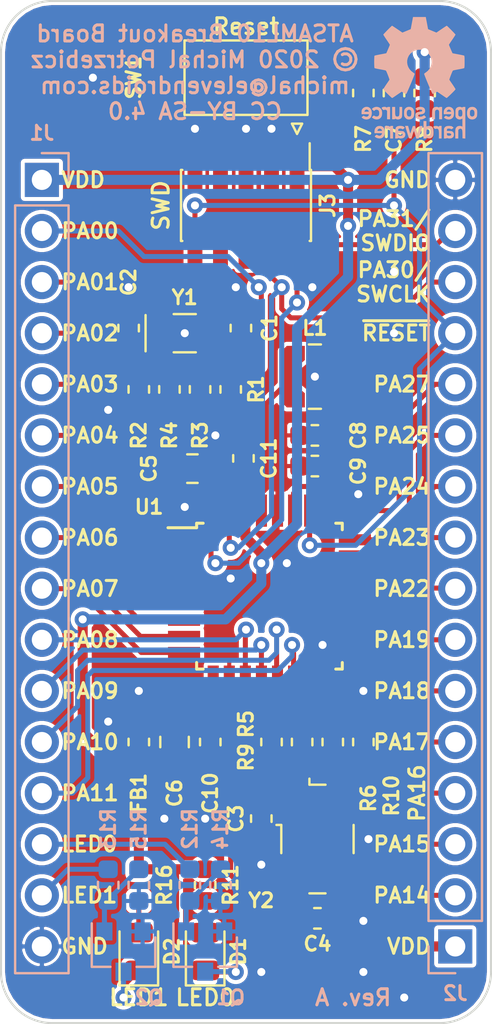
<source format=kicad_pcb>
(kicad_pcb (version 20171130) (host pcbnew 5.1.6)
  (title_block (title "ATSAML10 Breakout Board") (date 2020-08-02) (rev A) (company "Michal Potrzebicz") (comment 4 "License: CC BY-SA 4.0"))
  (layers (0 F.Cu signal) (31 B.Cu signal) (34 B.Paste user) (35 F.Paste user) (36 B.SilkS user) (37 F.SilkS user) (38 B.Mask user) (39 F.Mask user) (44 Edge.Cuts user))
  (net 0 "")
  (net 1 "Net-(C1-Pad2)")
  (net 2 GND)
  (net 3 "Net-(C2-Pad1)")
  (net 4 "Net-(C3-Pad2)")
  (net 5 "Net-(C4-Pad1)")
  (net 6 VDD)
  (net 7 VDDA)
  (net 8 /~RESET)
  (net 9 "Net-(C8-Pad1)")
  (net 10 /PA11)
  (net 11 /PA10)
  (net 12 /PA09)
  (net 13 /PA08)
  (net 14 /PA07)
  (net 15 /PA06)
  (net 16 /PA05)
  (net 17 /PA04)
  (net 18 /PA03)
  (net 19 /PA02)
  (net 20 /PA27)
  (net 21 /PA25)
  (net 22 /PA24)
  (net 23 /PA23)
  (net 24 /PA22)
  (net 25 /PA19)
  (net 26 /PA18)
  (net 27 /PA17)
  (net 28 /PA16)
  (net 29 "Net-(J3-Pad8)")
  (net 30 "Net-(J3-Pad7)")
  (net 31 "Net-(J3-Pad6)")
  (net 32 /PA30_SWCLK)
  (net 33 /PA31_SWDIO)
  (net 34 "Net-(L1-Pad2)")
  (net 35 /PA00_XIN32)
  (net 36 /PA01_XOUT32)
  (net 37 /PA14_XOSC)
  (net 38 /PA15_XOUT)
  (net 39 "Net-(R7-Pad2)")
  (net 40 /PA01)
  (net 41 /PA00)
  (net 42 "Net-(D1-Pad1)")
  (net 43 "Net-(D2-Pad1)")
  (net 44 "Net-(D1-Pad2)")
  (net 45 "Net-(D2-Pad2)")
  (net 46 /LED1)
  (net 47 /LED0)
  (net 48 "Net-(Q1-Pad1)")
  (net 49 "Net-(Q2-Pad1)")
  (net 50 /PA15)
  (net 51 /PA14)
  (module Symbol:OSHW-Logo_5.7x6mm_SilkScreen (layer B.Cu) (at 161.036 80.01 180)
    (fp_text reference REF** hide)
    (fp_text value OSHW-Logo_5.7x6mm_SilkScreen hide)
  )
  (module Resistor_SMD:R_0603_1608Metric (layer F.Cu) (at 147.066 95.504 90)
    (fp_text reference R2 (at -2.286 0 90) (layer F.SilkS) (effects (font (size 0.7 0.7))))
    (fp_text value 0R hide)
    (pad 2 smd roundrect (at 0.7875 0 90) (size 0.875 0.95) (layers F.Cu F.Paste F.Mask) (net 40 /PA01))
    (pad 1 smd roundrect (at -0.7875 0 90) (size 0.875 0.95) (layers F.Cu F.Paste F.Mask) (net 36 /PA01_XOUT32))
  )
  (module Elevendroids_Inductor_SMD:L_Coilcraft_LPS3015 (layer F.Cu) (at 155.829 94.869 180)
    (fp_text reference L1 (at 0 2.413) (layer F.SilkS) (effects (font (size 0.7 0.7))))
    (fp_text value LPS3015-103MRB hide)
    (pad 2 smd custom (at 1.08 0 180) (size 0.4 0.4) (layers F.Cu F.Paste F.Mask) (net 34 "Net-(L1-Pad2)") (options (clearance outline) (anchor rect)) (primitives (gr_poly (pts (xy -0.575 0.825) (xy -0.195 0.505) (xy -0.195 1.525) (xy -0.575 1.525)) (width 0.01)) (gr_poly (pts (xy -0.195 -1.525) (xy 0.185 -1.525) (xy 0.315 -1.525) (xy 0.565 -1.275) (xy 0.565 0) (xy 0.565 1.275) (xy 0.315 1.525) (xy -0.195 1.525)) (width 0.01)) (gr_poly (pts (xy -0.575 -0.825) (xy -0.195 -0.505) (xy -0.195 -1.525) (xy -0.575 -1.525)) (width 0.01))))
    (pad 1 smd custom (at -1.08 0 180) (size 0.4 0.4) (layers F.Cu F.Paste F.Mask) (net 9 "Net-(C8-Pad1)") (options (clearance outline) (anchor rect)) (primitives (gr_poly (pts (xy 0.575 -0.825) (xy 0.195 -0.505) (xy 0.195 -1.525) (xy 0.575 -1.525)) (width 0.01)) (gr_poly (pts (xy 0.195 1.525) (xy -0.185 1.525) (xy -0.315 1.525) (xy -0.565 1.275) (xy -0.565 0) (xy -0.565 -1.275) (xy -0.315 -1.525) (xy 0.195 -1.525)) (width 0.01)) (gr_poly (pts (xy 0.575 0.825) (xy 0.195 0.505) (xy 0.195 1.525) (xy 0.575 1.525)) (width 0.01))))
  )
  (module Capacitor_SMD:C_0805_2012Metric (layer F.Cu) (at 148.844 113.03 270)
    (fp_text reference C6 (at 2.54 0 90) (layer F.SilkS) (effects (font (size 0.7 0.7))))
    (fp_text value 10u hide)
    (pad 2 smd roundrect (at 0.9375 0 270) (size 0.975 1.4) (layers F.Cu F.Paste F.Mask) (net 2 GND))
    (pad 1 smd roundrect (at -0.9375 0 270) (size 0.975 1.4) (layers F.Cu F.Paste F.Mask) (net 7 VDDA))
  )
  (module Capacitor_SMD:C_0805_2012Metric (layer F.Cu) (at 149.733 99.441 180)
    (fp_text reference C5 (at 2.159 0 270) (layer F.SilkS) (effects (font (size 0.7 0.7))))
    (fp_text value 10u hide)
    (pad 2 smd roundrect (at 0.9375 0 180) (size 0.975 1.4) (layers F.Cu F.Paste F.Mask) (net 2 GND))
    (pad 1 smd roundrect (at -0.9375 0 180) (size 0.975 1.4) (layers F.Cu F.Paste F.Mask) (net 6 VDD))
  )
  (module Resistor_SMD:R_0603_1608Metric (layer F.Cu) (at 147.066 120.142 270)
    (fp_text reference R16 (at 0 -1.27 90) (layer F.SilkS) (effects (font (size 0.7 0.7))))
    (fp_text value 330R hide)
    (pad 2 smd roundrect (at 0.7875 0 270) (size 0.875 0.95) (layers F.Cu F.Paste F.Mask) (net 45 "Net-(D2-Pad2)"))
    (pad 1 smd roundrect (at -0.7875 0 270) (size 0.875 0.95) (layers F.Cu F.Paste F.Mask) (net 6 VDD))
  )
  (module Resistor_SMD:R_0603_1608Metric (layer B.Cu) (at 147.066 120.142 270)
    (fp_text reference R15 (at -2.794 0 90) (layer B.SilkS) (effects (font (size 0.7 0.7)) (justify mirror)))
    (fp_text value 100k hide)
    (pad 2 smd roundrect (at 0.7875 0 270) (size 0.875 0.95) (layers B.Cu B.Paste B.Mask) (net 2 GND))
    (pad 1 smd roundrect (at -0.7875 0 270) (size 0.875 0.95) (layers B.Cu B.Paste B.Mask) (net 49 "Net-(Q2-Pad1)"))
  )
  (module Resistor_SMD:R_0603_1608Metric (layer B.Cu) (at 151.13 120.142 270)
    (fp_text reference R14 (at -2.794 0 90) (layer B.SilkS) (effects (font (size 0.7 0.7)) (justify mirror)))
    (fp_text value 100k hide)
    (pad 2 smd roundrect (at 0.7875 0 270) (size 0.875 0.95) (layers B.Cu B.Paste B.Mask) (net 2 GND))
    (pad 1 smd roundrect (at -0.7875 0 270) (size 0.875 0.95) (layers B.Cu B.Paste B.Mask) (net 48 "Net-(Q1-Pad1)"))
  )
  (module Resistor_SMD:R_0603_1608Metric (layer B.Cu) (at 145.542 120.142 90)
    (fp_text reference R13 (at 2.794 0 90) (layer B.SilkS) (effects (font (size 0.7 0.7)) (justify mirror)))
    (fp_text value 47k hide)
    (pad 2 smd roundrect (at 0.7875 0 90) (size 0.875 0.95) (layers B.Cu B.Paste B.Mask) (net 46 /LED1))
    (pad 1 smd roundrect (at -0.7875 0 90) (size 0.875 0.95) (layers B.Cu B.Paste B.Mask) (net 49 "Net-(Q2-Pad1)"))
  )
  (module Resistor_SMD:R_0603_1608Metric (layer B.Cu) (at 149.606 120.142 90)
    (fp_text reference R12 (at 2.794 0 90) (layer B.SilkS) (effects (font (size 0.7 0.7)) (justify mirror)))
    (fp_text value 47k hide)
    (pad 2 smd roundrect (at 0.7875 0 90) (size 0.875 0.95) (layers B.Cu B.Paste B.Mask) (net 47 /LED0))
    (pad 1 smd roundrect (at -0.7875 0 90) (size 0.875 0.95) (layers B.Cu B.Paste B.Mask) (net 48 "Net-(Q1-Pad1)"))
  )
  (module Package_TO_SOT_SMD:SOT-23 (layer B.Cu) (at 146.304 123.444 270)
    (fp_text reference Q2 (at 2.286 -1.27 180) (layer B.SilkS) (effects (font (size 0.7 0.7)) (justify mirror)))
    (fp_text value BC847 hide)
    (pad 3 smd rect (at 1 0 270) (size 0.9 0.8) (layers B.Cu B.Paste B.Mask) (net 43 "Net-(D2-Pad1)"))
    (pad 2 smd rect (at -1 -0.95 270) (size 0.9 0.8) (layers B.Cu B.Paste B.Mask) (net 2 GND))
    (pad 1 smd rect (at -1 0.95 270) (size 0.9 0.8) (layers B.Cu B.Paste B.Mask) (net 49 "Net-(Q2-Pad1)"))
  )
  (module Package_TO_SOT_SMD:SOT-23 (layer B.Cu) (at 150.368 123.444 270)
    (fp_text reference Q1 (at 2.286 -1.27 180) (layer B.SilkS) (effects (font (size 0.7 0.7)) (justify mirror)))
    (fp_text value BC847 hide)
    (pad 3 smd rect (at 1 0 270) (size 0.9 0.8) (layers B.Cu B.Paste B.Mask) (net 42 "Net-(D1-Pad1)"))
    (pad 2 smd rect (at -1 -0.95 270) (size 0.9 0.8) (layers B.Cu B.Paste B.Mask) (net 2 GND))
    (pad 1 smd rect (at -1 0.95 270) (size 0.9 0.8) (layers B.Cu B.Paste B.Mask) (net 48 "Net-(Q1-Pad1)"))
  )
  (module LED_SMD:LED_0805_2012Metric (layer F.Cu) (at 147.066 123.444 90)
    (fp_text reference D2 (at 0 1.651 90) (layer F.SilkS) (effects (font (size 0.7 0.7))))
    (fp_text value LED1 (at -2.286 0) (layer F.SilkS) (effects (font (size 0.8 0.8))))
    (pad 2 smd roundrect (at 0.9375 0 90) (size 0.975 1.4) (layers F.Cu F.Paste F.Mask) (net 45 "Net-(D2-Pad2)"))
    (pad 1 smd roundrect (at -0.9375 0 90) (size 0.975 1.4) (layers F.Cu F.Paste F.Mask) (net 43 "Net-(D2-Pad1)"))
  )
  (module Resistor_SMD:R_0603_1608Metric (layer F.Cu) (at 150.368 120.142 270)
    (fp_text reference R11 (at 0 -1.27 90) (layer F.SilkS) (effects (font (size 0.7 0.7))))
    (fp_text value 330R hide)
    (pad 2 smd roundrect (at 0.7875 0 270) (size 0.875 0.95) (layers F.Cu F.Paste F.Mask) (net 44 "Net-(D1-Pad2)"))
    (pad 1 smd roundrect (at -0.7875 0 270) (size 0.875 0.95) (layers F.Cu F.Paste F.Mask) (net 6 VDD))
  )
  (module LED_SMD:LED_0805_2012Metric (layer F.Cu) (at 150.368 123.444 90)
    (fp_text reference D1 (at 0 1.651 270) (layer F.SilkS) (effects (font (size 0.7 0.7))))
    (fp_text value LED0 (at -2.286 0) (layer F.SilkS) (effects (font (size 0.8 0.8))))
    (pad 2 smd roundrect (at 0.9375 0 90) (size 0.975 1.4) (layers F.Cu F.Paste F.Mask) (net 44 "Net-(D1-Pad2)"))
    (pad 1 smd roundrect (at -0.9375 0 90) (size 0.975 1.4) (layers F.Cu F.Paste F.Mask) (net 42 "Net-(D1-Pad1)"))
  )
  (module Crystal:Crystal_SMD_EuroQuartz_MJ-4Pin_5.0x3.2mm (layer F.Cu) (at 155.956 117.851955 270)
    (fp_text reference Y2 (at 3.052045 2.794 180) (layer F.SilkS) (effects (font (size 0.7 0.7))))
    (fp_text value 8MHz hide)
    (pad 4 smd rect (at -1.85 -1.15 270) (size 1.9 1.1) (layers F.Cu F.Paste F.Mask) (net 2 GND))
    (pad 3 smd rect (at 1.85 -1.15 270) (size 1.9 1.1) (layers F.Cu F.Paste F.Mask) (net 5 "Net-(C4-Pad1)"))
    (pad 2 smd rect (at 1.85 1.15 270) (size 1.9 1.1) (layers F.Cu F.Paste F.Mask) (net 2 GND))
    (pad 1 smd rect (at -1.85 1.15 270) (size 1.9 1.1) (layers F.Cu F.Paste F.Mask) (net 4 "Net-(C3-Pad2)"))
  )
  (module Crystal:Crystal_SMD_EuroQuartz_EQ161-2Pin_3.2x1.5mm (layer F.Cu) (at 149.352 92.71)
    (fp_text reference Y1 (at 0 -1.778) (layer F.SilkS) (effects (font (size 0.7 0.7))))
    (fp_text value 32.768kHz hide)
    (pad 2 smd rect (at 1.25 0) (size 1 1.8) (layers F.Cu F.Paste F.Mask) (net 1 "Net-(C1-Pad2)"))
    (pad 1 smd rect (at -1.25 0) (size 1 1.8) (layers F.Cu F.Paste F.Mask) (net 3 "Net-(C2-Pad1)"))
  )
  (module Package_QFP:TQFP-32_7x7mm_P0.8mm (layer F.Cu) (at 153.567522 105.779303)
    (fp_text reference U1 (at -5.993522 -4.433303 180) (layer F.SilkS) (effects (font (size 0.7 0.7))))
    (fp_text value ATSAML10E16A-A hide)
    (pad 32 smd rect (at -2.8 -4.25 90) (size 1.6 0.55) (layers F.Cu F.Paste F.Mask) (net 33 /PA31_SWDIO))
    (pad 31 smd rect (at -2 -4.25 90) (size 1.6 0.55) (layers F.Cu F.Paste F.Mask) (net 32 /PA30_SWCLK))
    (pad 30 smd rect (at -1.2 -4.25 90) (size 1.6 0.55) (layers F.Cu F.Paste F.Mask) (net 6 VDD))
    (pad 29 smd rect (at -0.4 -4.25 90) (size 1.6 0.55) (layers F.Cu F.Paste F.Mask) (net 34 "Net-(L1-Pad2)"))
    (pad 28 smd rect (at 0.4 -4.25 90) (size 1.6 0.55) (layers F.Cu F.Paste F.Mask) (net 2 GND))
    (pad 27 smd rect (at 1.2 -4.25 90) (size 1.6 0.55) (layers F.Cu F.Paste F.Mask) (net 9 "Net-(C8-Pad1)"))
    (pad 26 smd rect (at 2 -4.25 90) (size 1.6 0.55) (layers F.Cu F.Paste F.Mask) (net 8 /~RESET))
    (pad 25 smd rect (at 2.8 -4.25 90) (size 1.6 0.55) (layers F.Cu F.Paste F.Mask) (net 20 /PA27))
    (pad 24 smd rect (at 4.25 -2.8) (size 1.6 0.55) (layers F.Cu F.Paste F.Mask) (net 21 /PA25))
    (pad 23 smd rect (at 4.25 -2) (size 1.6 0.55) (layers F.Cu F.Paste F.Mask) (net 22 /PA24))
    (pad 22 smd rect (at 4.25 -1.2) (size 1.6 0.55) (layers F.Cu F.Paste F.Mask) (net 23 /PA23))
    (pad 21 smd rect (at 4.25 -0.4) (size 1.6 0.55) (layers F.Cu F.Paste F.Mask) (net 24 /PA22))
    (pad 20 smd rect (at 4.25 0.4) (size 1.6 0.55) (layers F.Cu F.Paste F.Mask) (net 25 /PA19))
    (pad 19 smd rect (at 4.25 1.2) (size 1.6 0.55) (layers F.Cu F.Paste F.Mask) (net 26 /PA18))
    (pad 18 smd rect (at 4.25 2) (size 1.6 0.55) (layers F.Cu F.Paste F.Mask) (net 27 /PA17))
    (pad 17 smd rect (at 4.25 2.8) (size 1.6 0.55) (layers F.Cu F.Paste F.Mask) (net 28 /PA16))
    (pad 16 smd rect (at 2.8 4.25 90) (size 1.6 0.55) (layers F.Cu F.Paste F.Mask) (net 38 /PA15_XOUT))
    (pad 15 smd rect (at 2 4.25 90) (size 1.6 0.55) (layers F.Cu F.Paste F.Mask) (net 37 /PA14_XOSC))
    (pad 14 smd rect (at 1.2 4.25 90) (size 1.6 0.55) (layers F.Cu F.Paste F.Mask) (net 10 /PA11))
    (pad 13 smd rect (at 0.4 4.25 90) (size 1.6 0.55) (layers F.Cu F.Paste F.Mask) (net 11 /PA10))
    (pad 12 smd rect (at -0.4 4.25 90) (size 1.6 0.55) (layers F.Cu F.Paste F.Mask) (net 12 /PA09))
    (pad 11 smd rect (at -1.2 4.25 90) (size 1.6 0.55) (layers F.Cu F.Paste F.Mask) (net 13 /PA08))
    (pad 10 smd rect (at -2 4.25 90) (size 1.6 0.55) (layers F.Cu F.Paste F.Mask) (net 2 GND))
    (pad 9 smd rect (at -2.8 4.25 90) (size 1.6 0.55) (layers F.Cu F.Paste F.Mask) (net 7 VDDA))
    (pad 8 smd rect (at -4.25 2.8) (size 1.6 0.55) (layers F.Cu F.Paste F.Mask) (net 14 /PA07))
    (pad 7 smd rect (at -4.25 2) (size 1.6 0.55) (layers F.Cu F.Paste F.Mask) (net 15 /PA06))
    (pad 6 smd rect (at -4.25 1.2) (size 1.6 0.55) (layers F.Cu F.Paste F.Mask) (net 16 /PA05))
    (pad 5 smd rect (at -4.25 0.4) (size 1.6 0.55) (layers F.Cu F.Paste F.Mask) (net 17 /PA04))
    (pad 4 smd rect (at -4.25 -0.4) (size 1.6 0.55) (layers F.Cu F.Paste F.Mask) (net 18 /PA03))
    (pad 3 smd rect (at -4.25 -1.2) (size 1.6 0.55) (layers F.Cu F.Paste F.Mask) (net 19 /PA02))
    (pad 2 smd rect (at -4.25 -2) (size 1.6 0.55) (layers F.Cu F.Paste F.Mask) (net 36 /PA01_XOUT32))
    (pad 1 smd rect (at -4.25 -2.8) (size 1.6 0.55) (layers F.Cu F.Paste F.Mask) (net 35 /PA00_XIN32))
  )
  (module Button_Switch_SMD:SW_SPST_CK_RS282G05A3 (layer F.Cu) (at 152.4 80.01)
    (fp_text reference SW1 (at -5.588 0 90) (layer F.SilkS) (effects (font (size 0.7 0.7))))
    (fp_text value Reset (at 0 -2.54) (layer F.SilkS) (effects (font (size 0.8 0.8))))
    (pad 2 smd rect (at 3.9 0) (size 1.5 1.5) (layers F.Cu F.Paste F.Mask) (net 39 "Net-(R7-Pad2)"))
    (pad 1 smd rect (at -3.9 0) (size 1.5 1.5) (layers F.Cu F.Paste F.Mask) (net 2 GND))
  )
  (module Resistor_SMD:R_0603_1608Metric (layer F.Cu) (at 158.242 113.03 90)
    (fp_text reference R10 (at -2.667 1.397 90) (layer F.SilkS) (effects (font (size 0.7 0.7))))
    (fp_text value 0R hide)
    (pad 2 smd roundrect (at 0.7875 0 90) (size 0.875 0.95) (layers F.Cu F.Paste F.Mask) (net 38 /PA15_XOUT))
    (pad 1 smd roundrect (at -0.7875 0 90) (size 0.875 0.95) (layers F.Cu F.Paste F.Mask) (net 50 /PA15))
  )
  (module Resistor_SMD:R_0603_1608Metric (layer F.Cu) (at 153.67 113.03 90)
    (fp_text reference R9 (at -0.762 -1.27 90) (layer F.SilkS) (effects (font (size 0.7 0.7))))
    (fp_text value 0R hide)
    (pad 2 smd roundrect (at 0.7875 0 90) (size 0.875 0.95) (layers F.Cu F.Paste F.Mask) (net 37 /PA14_XOSC))
    (pad 1 smd roundrect (at -0.7875 0 90) (size 0.875 0.95) (layers F.Cu F.Paste F.Mask) (net 51 /PA14))
  )
  (module Resistor_SMD:R_0603_1608Metric (layer F.Cu) (at 161.29 80.772 90)
    (fp_text reference R8 (at -2.286 0 90) (layer F.SilkS) (effects (font (size 0.7 0.7))))
    (fp_text value 10k hide)
    (pad 2 smd roundrect (at 0.7875 0 90) (size 0.875 0.95) (layers F.Cu F.Paste F.Mask) (net 6 VDD))
    (pad 1 smd roundrect (at -0.7875 0 90) (size 0.875 0.95) (layers F.Cu F.Paste F.Mask) (net 8 /~RESET))
  )
  (module Resistor_SMD:R_0603_1608Metric (layer F.Cu) (at 158.242 80.772 90)
    (fp_text reference R7 (at -2.286 0 90) (layer F.SilkS) (effects (font (size 0.7 0.7))))
    (fp_text value 330R hide)
    (pad 2 smd roundrect (at 0.7875 0 90) (size 0.875 0.95) (layers F.Cu F.Paste F.Mask) (net 39 "Net-(R7-Pad2)"))
    (pad 1 smd roundrect (at -0.7875 0 90) (size 0.875 0.95) (layers F.Cu F.Paste F.Mask) (net 8 /~RESET))
  )
  (module Resistor_SMD:R_0603_1608Metric (layer F.Cu) (at 156.718 113.03 90)
    (fp_text reference R6 (at -2.794 1.778 90) (layer F.SilkS) (effects (font (size 0.7 0.7))))
    (fp_text value 0R hide)
    (pad 2 smd roundrect (at 0.7875 0 90) (size 0.875 0.95) (layers F.Cu F.Paste F.Mask) (net 38 /PA15_XOUT))
    (pad 1 smd roundrect (at -0.7875 0 90) (size 0.875 0.95) (layers F.Cu F.Paste F.Mask) (net 5 "Net-(C4-Pad1)"))
  )
  (module Resistor_SMD:R_0603_1608Metric (layer F.Cu) (at 155.194 113.03 90)
    (fp_text reference R5 (at 0.889 -2.794 90) (layer F.SilkS) (effects (font (size 0.7 0.7))))
    (fp_text value 0R hide)
    (pad 2 smd roundrect (at 0.7875 0 90) (size 0.875 0.95) (layers F.Cu F.Paste F.Mask) (net 37 /PA14_XOSC))
    (pad 1 smd roundrect (at -0.7875 0 90) (size 0.875 0.95) (layers F.Cu F.Paste F.Mask) (net 4 "Net-(C3-Pad2)"))
  )
  (module Resistor_SMD:R_0603_1608Metric (layer F.Cu) (at 148.59 95.504 270)
    (fp_text reference R4 (at 2.286 0 90) (layer F.SilkS) (effects (font (size 0.7 0.7))))
    (fp_text value 0R hide)
    (pad 2 smd roundrect (at 0.7875 0 270) (size 0.875 0.95) (layers F.Cu F.Paste F.Mask) (net 36 /PA01_XOUT32))
    (pad 1 smd roundrect (at -0.7875 0 270) (size 0.875 0.95) (layers F.Cu F.Paste F.Mask) (net 3 "Net-(C2-Pad1)"))
  )
  (module Resistor_SMD:R_0603_1608Metric (layer F.Cu) (at 150.114 95.504 90)
    (fp_text reference R3 (at -2.286 0 90) (layer F.SilkS) (effects (font (size 0.7 0.7))))
    (fp_text value 0R hide)
    (pad 2 smd roundrect (at 0.7875 0 90) (size 0.875 0.95) (layers F.Cu F.Paste F.Mask) (net 1 "Net-(C1-Pad2)"))
    (pad 1 smd roundrect (at -0.7875 0 90) (size 0.875 0.95) (layers F.Cu F.Paste F.Mask) (net 35 /PA00_XIN32))
  )
  (module Resistor_SMD:R_0603_1608Metric (layer F.Cu) (at 151.638 95.504 90)
    (fp_text reference R1 (at 0 1.27 90) (layer F.SilkS) (effects (font (size 0.7 0.7))))
    (fp_text value 0R hide)
    (pad 2 smd roundrect (at 0.7875 0 90) (size 0.875 0.95) (layers F.Cu F.Paste F.Mask) (net 41 /PA00))
    (pad 1 smd roundrect (at -0.7875 0 90) (size 0.875 0.95) (layers F.Cu F.Paste F.Mask) (net 35 /PA00_XIN32))
  )
  (module Connector_PinHeader_1.27mm:PinHeader_2x05_P1.27mm_Vertical_SMD (layer F.Cu) (at 152.4 86.36 270)
    (fp_text reference J3 (at 0 -4.064 90) (layer F.SilkS) (effects (font (size 0.7 0.7))))
    (fp_text value SWD (at 0 4.235 90) (layer F.SilkS) (effects (font (size 0.8 0.8))))
    (pad 10 smd rect (at 1.95 2.54 270) (size 2.4 0.74) (layers F.Cu F.Paste F.Mask) (net 8 /~RESET))
    (pad 9 smd rect (at -1.95 2.54 270) (size 2.4 0.74) (layers F.Cu F.Paste F.Mask) (net 2 GND))
    (pad 8 smd rect (at 1.95 1.27 270) (size 2.4 0.74) (layers F.Cu F.Paste F.Mask) (net 29 "Net-(J3-Pad8)"))
    (pad 7 smd rect (at -1.95 1.27 270) (size 2.4 0.74) (layers F.Cu F.Paste F.Mask) (net 30 "Net-(J3-Pad7)"))
    (pad 6 smd rect (at 1.95 0 270) (size 2.4 0.74) (layers F.Cu F.Paste F.Mask) (net 31 "Net-(J3-Pad6)"))
    (pad 5 smd rect (at -1.95 0 270) (size 2.4 0.74) (layers F.Cu F.Paste F.Mask) (net 2 GND))
    (pad 4 smd rect (at 1.95 -1.27 270) (size 2.4 0.74) (layers F.Cu F.Paste F.Mask) (net 32 /PA30_SWCLK))
    (pad 3 smd rect (at -1.95 -1.27 270) (size 2.4 0.74) (layers F.Cu F.Paste F.Mask) (net 2 GND))
    (pad 2 smd rect (at 1.95 -2.54 270) (size 2.4 0.74) (layers F.Cu F.Paste F.Mask) (net 33 /PA31_SWDIO))
    (pad 1 smd rect (at -1.95 -2.54 270) (size 2.4 0.74) (layers F.Cu F.Paste F.Mask) (net 6 VDD))
  )
  (module Connector_PinHeader_2.54mm:PinHeader_1x16_P2.54mm_Vertical (layer B.Cu) (at 162.814 123.19)
    (fp_text reference J2 (at 0 2.33) (layer B.SilkS) (effects (font (size 0.7 0.7)) (justify mirror)))
    (fp_text value Right hide)
    (pad 16 thru_hole oval (at 0 -38.1) (size 1.7 1.7) (drill 1) (layers *.Cu *.Mask) (net 2 GND))
    (pad 15 thru_hole oval (at 0 -35.56) (size 1.7 1.7) (drill 1) (layers *.Cu *.Mask) (net 33 /PA31_SWDIO))
    (pad 14 thru_hole oval (at 0 -33.02) (size 1.7 1.7) (drill 1) (layers *.Cu *.Mask) (net 32 /PA30_SWCLK))
    (pad 13 thru_hole oval (at 0 -30.48) (size 1.7 1.7) (drill 1) (layers *.Cu *.Mask) (net 8 /~RESET))
    (pad 12 thru_hole oval (at 0 -27.94) (size 1.7 1.7) (drill 1) (layers *.Cu *.Mask) (net 20 /PA27))
    (pad 11 thru_hole oval (at 0 -25.4) (size 1.7 1.7) (drill 1) (layers *.Cu *.Mask) (net 21 /PA25))
    (pad 10 thru_hole oval (at 0 -22.86) (size 1.7 1.7) (drill 1) (layers *.Cu *.Mask) (net 22 /PA24))
    (pad 9 thru_hole oval (at 0 -20.32) (size 1.7 1.7) (drill 1) (layers *.Cu *.Mask) (net 23 /PA23))
    (pad 8 thru_hole oval (at 0 -17.78) (size 1.7 1.7) (drill 1) (layers *.Cu *.Mask) (net 24 /PA22))
    (pad 7 thru_hole oval (at 0 -15.24) (size 1.7 1.7) (drill 1) (layers *.Cu *.Mask) (net 25 /PA19))
    (pad 6 thru_hole oval (at 0 -12.7) (size 1.7 1.7) (drill 1) (layers *.Cu *.Mask) (net 26 /PA18))
    (pad 5 thru_hole oval (at 0 -10.16) (size 1.7 1.7) (drill 1) (layers *.Cu *.Mask) (net 27 /PA17))
    (pad 4 thru_hole oval (at 0 -7.62) (size 1.7 1.7) (drill 1) (layers *.Cu *.Mask) (net 28 /PA16))
    (pad 3 thru_hole oval (at 0 -5.08) (size 1.7 1.7) (drill 1) (layers *.Cu *.Mask) (net 50 /PA15))
    (pad 2 thru_hole oval (at 0 -2.54) (size 1.7 1.7) (drill 1) (layers *.Cu *.Mask) (net 51 /PA14))
    (pad 1 thru_hole rect (at 0 0) (size 1.7 1.7) (drill 1) (layers *.Cu *.Mask) (net 6 VDD))
  )
  (module Connector_PinHeader_2.54mm:PinHeader_1x16_P2.54mm_Vertical (layer B.Cu) (at 142.24 85.09 180)
    (fp_text reference J1 (at 0 2.33) (layer B.SilkS) (effects (font (size 0.7 0.7)) (justify mirror)))
    (fp_text value Left hide)
    (pad 16 thru_hole oval (at 0 -38.1 180) (size 1.7 1.7) (drill 1) (layers *.Cu *.Mask) (net 2 GND))
    (pad 15 thru_hole oval (at 0 -35.56 180) (size 1.7 1.7) (drill 1) (layers *.Cu *.Mask) (net 46 /LED1))
    (pad 14 thru_hole oval (at 0 -33.02 180) (size 1.7 1.7) (drill 1) (layers *.Cu *.Mask) (net 47 /LED0))
    (pad 13 thru_hole oval (at 0 -30.48 180) (size 1.7 1.7) (drill 1) (layers *.Cu *.Mask) (net 10 /PA11))
    (pad 12 thru_hole oval (at 0 -27.94 180) (size 1.7 1.7) (drill 1) (layers *.Cu *.Mask) (net 11 /PA10))
    (pad 11 thru_hole oval (at 0 -25.4 180) (size 1.7 1.7) (drill 1) (layers *.Cu *.Mask) (net 12 /PA09))
    (pad 10 thru_hole oval (at 0 -22.86 180) (size 1.7 1.7) (drill 1) (layers *.Cu *.Mask) (net 13 /PA08))
    (pad 9 thru_hole oval (at 0 -20.32 180) (size 1.7 1.7) (drill 1) (layers *.Cu *.Mask) (net 14 /PA07))
    (pad 8 thru_hole oval (at 0 -17.78 180) (size 1.7 1.7) (drill 1) (layers *.Cu *.Mask) (net 15 /PA06))
    (pad 7 thru_hole oval (at 0 -15.24 180) (size 1.7 1.7) (drill 1) (layers *.Cu *.Mask) (net 16 /PA05))
    (pad 6 thru_hole oval (at 0 -12.7 180) (size 1.7 1.7) (drill 1) (layers *.Cu *.Mask) (net 17 /PA04))
    (pad 5 thru_hole oval (at 0 -10.16 180) (size 1.7 1.7) (drill 1) (layers *.Cu *.Mask) (net 18 /PA03))
    (pad 4 thru_hole oval (at 0 -7.62 180) (size 1.7 1.7) (drill 1) (layers *.Cu *.Mask) (net 19 /PA02))
    (pad 3 thru_hole oval (at 0 -5.08 180) (size 1.7 1.7) (drill 1) (layers *.Cu *.Mask) (net 40 /PA01))
    (pad 2 thru_hole oval (at 0 -2.54 180) (size 1.7 1.7) (drill 1) (layers *.Cu *.Mask) (net 41 /PA00))
    (pad 1 thru_hole rect (at 0 0 180) (size 1.7 1.7) (drill 1) (layers *.Cu *.Mask) (net 6 VDD))
  )
  (module Inductor_SMD:L_0603_1608Metric (layer F.Cu) (at 147.066 113.03 270)
    (fp_text reference FB1 (at 2.54 0 90) (layer F.SilkS) (effects (font (size 0.7 0.7))))
    (fp_text value BLM18AG221SN1D hide)
    (pad 2 smd roundrect (at 0.7875 0 270) (size 0.875 0.95) (layers F.Cu F.Paste F.Mask) (net 6 VDD))
    (pad 1 smd roundrect (at -0.7875 0 270) (size 0.875 0.95) (layers F.Cu F.Paste F.Mask) (net 7 VDDA))
  )
  (module Capacitor_SMD:C_0603_1608Metric (layer F.Cu) (at 152.273 98.933 90)
    (fp_text reference C11 (at 0 1.27 270) (layer F.SilkS) (effects (font (size 0.7 0.7))))
    (fp_text value 100n hide)
    (pad 2 smd roundrect (at 0.7875 0 90) (size 0.875 0.95) (layers F.Cu F.Paste F.Mask) (net 2 GND))
    (pad 1 smd roundrect (at -0.7875 0 90) (size 0.875 0.95) (layers F.Cu F.Paste F.Mask) (net 6 VDD))
  )
  (module Capacitor_SMD:C_0603_1608Metric (layer F.Cu) (at 150.622 113.03 90)
    (fp_text reference C10 (at -2.54 0 90) (layer F.SilkS) (effects (font (size 0.7 0.7))))
    (fp_text value 100n hide)
    (pad 2 smd roundrect (at 0.7875 0 90) (size 0.875 0.95) (layers F.Cu F.Paste F.Mask) (net 7 VDDA))
    (pad 1 smd roundrect (at -0.7875 0 90) (size 0.875 0.95) (layers F.Cu F.Paste F.Mask) (net 2 GND))
  )
  (module Capacitor_SMD:C_0603_1608Metric (layer F.Cu) (at 155.829 99.314 180)
    (fp_text reference C9 (at -2.159 -0.254 90) (layer F.SilkS) (effects (font (size 0.7 0.7))))
    (fp_text value 100n hide)
    (pad 2 smd roundrect (at 0.7875 0 180) (size 0.875 0.95) (layers F.Cu F.Paste F.Mask) (net 2 GND))
    (pad 1 smd roundrect (at -0.7875 0 180) (size 0.875 0.95) (layers F.Cu F.Paste F.Mask) (net 9 "Net-(C8-Pad1)"))
  )
  (module Capacitor_SMD:C_0603_1608Metric (layer F.Cu) (at 155.829 97.79 180)
    (fp_text reference C8 (at -2.159 0 90) (layer F.SilkS) (effects (font (size 0.7 0.7))))
    (fp_text value 1u hide)
    (pad 2 smd roundrect (at 0.7875 0 180) (size 0.875 0.95) (layers F.Cu F.Paste F.Mask) (net 2 GND))
    (pad 1 smd roundrect (at -0.7875 0 180) (size 0.875 0.95) (layers F.Cu F.Paste F.Mask) (net 9 "Net-(C8-Pad1)"))
  )
  (module Capacitor_SMD:C_0603_1608Metric (layer F.Cu) (at 159.766 80.772 90)
    (fp_text reference C7 (at -2.286 0 90) (layer F.SilkS) (effects (font (size 0.7 0.7))))
    (fp_text value 100n hide)
    (pad 2 smd roundrect (at 0.7875 0 90) (size 0.875 0.95) (layers F.Cu F.Paste F.Mask) (net 2 GND))
    (pad 1 smd roundrect (at -0.7875 0 90) (size 0.875 0.95) (layers F.Cu F.Paste F.Mask) (net 8 /~RESET))
  )
  (module Capacitor_SMD:C_0603_1608Metric (layer F.Cu) (at 155.956 121.793 180)
    (fp_text reference C4 (at 0 -1.27) (layer F.SilkS) (effects (font (size 0.7 0.7))))
    (fp_text value 15p hide)
    (pad 2 smd roundrect (at 0.7875 0 180) (size 0.875 0.95) (layers F.Cu F.Paste F.Mask) (net 2 GND))
    (pad 1 smd roundrect (at -0.7875 0 180) (size 0.875 0.95) (layers F.Cu F.Paste F.Mask) (net 5 "Net-(C4-Pad1)"))
  )
  (module Capacitor_SMD:C_0603_1608Metric (layer F.Cu) (at 153.162 116.835955 90)
    (fp_text reference C3 (at -0.004045 -1.27 90) (layer F.SilkS) (effects (font (size 0.7 0.7))))
    (fp_text value 15p hide)
    (pad 2 smd roundrect (at 0.7875 0 90) (size 0.875 0.95) (layers F.Cu F.Paste F.Mask) (net 4 "Net-(C3-Pad2)"))
    (pad 1 smd roundrect (at -0.7875 0 90) (size 0.875 0.95) (layers F.Cu F.Paste F.Mask) (net 2 GND))
  )
  (module Capacitor_SMD:C_0603_1608Metric (layer F.Cu) (at 146.558 92.456 90)
    (fp_text reference C2 (at 2.286 0 90) (layer F.SilkS) (effects (font (size 0.7 0.7))))
    (fp_text value 12p hide)
    (pad 2 smd roundrect (at 0.7875 0 90) (size 0.875 0.95) (layers F.Cu F.Paste F.Mask) (net 2 GND))
    (pad 1 smd roundrect (at -0.7875 0 90) (size 0.875 0.95) (layers F.Cu F.Paste F.Mask) (net 3 "Net-(C2-Pad1)"))
  )
  (module Capacitor_SMD:C_0603_1608Metric (layer F.Cu) (at 152.146 92.456 270)
    (fp_text reference C1 (at 0 -1.43 90) (layer F.SilkS) (effects (font (size 0.7 0.7))))
    (fp_text value 12p hide)
    (pad 2 smd roundrect (at 0.7875 0 270) (size 0.875 0.95) (layers F.Cu F.Paste F.Mask) (net 1 "Net-(C1-Pad2)"))
    (pad 1 smd roundrect (at -0.7875 0 270) (size 0.875 0.95) (layers F.Cu F.Paste F.Mask) (net 2 GND))
  )
  (gr_text "Rev. A" (at 157.734 125.73) (layer B.SilkS) (effects (font (size 0.8 0.8)) (justify mirror)))
  (gr_text "ATSAML10 Breakout Board\n© 2020 Michal Potrzebicz\nmichal@elevendroids.com\nCC BY-SA 4.0" (at 149.86 79.756) (layer B.SilkS) (effects (font (size 0.8 0.8)) (justify mirror)))
  (gr_line (start 154.94 82.804) (end 154.686 82.296) (layer F.SilkS) (width 0.12))
  (gr_line (start 155.194 82.296) (end 154.94 82.804) (layer F.SilkS) (width 0.12))
  (gr_line (start 154.686 82.296) (end 155.194 82.296) (layer F.SilkS) (width 0.12))
  (gr_text PA14 (at 161.671 120.65) (layer F.SilkS) (effects (font (size 0.75 0.75)) (justify right)))
  (gr_text PA15 (at 161.671 118.11) (layer F.SilkS) (effects (font (size 0.75 0.75)) (justify right)))
  (gr_text PA16 (at 160.909 115.57 90) (layer F.SilkS) (effects (font (size 0.75 0.75))))
  (gr_text PA17 (at 161.671 113.03) (layer F.SilkS) (effects (font (size 0.75 0.75)) (justify right)))
  (gr_text PA18 (at 161.671 110.49) (layer F.SilkS) (effects (font (size 0.75 0.75)) (justify right)))
  (gr_text PA19 (at 161.671 107.95) (layer F.SilkS) (effects (font (size 0.75 0.75)) (justify right)))
  (gr_text PA22 (at 161.671 105.41) (layer F.SilkS) (effects (font (size 0.75 0.75)) (justify right)))
  (gr_text PA23 (at 161.671 102.87) (layer F.SilkS) (effects (font (size 0.75 0.75)) (justify right)))
  (gr_text PA24 (at 161.671 100.33) (layer F.SilkS) (effects (font (size 0.75 0.75)) (justify right)))
  (gr_text PA25 (at 161.671 97.79) (layer F.SilkS) (effects (font (size 0.75 0.75)) (justify right)))
  (gr_text PA27 (at 161.671 95.25) (layer F.SilkS) (effects (font (size 0.75 0.75)) (justify right)))
  (gr_text ~RESET (at 161.671 92.71) (layer F.SilkS) (effects (font (size 0.75 0.75)) (justify right)))
  (gr_text "PA30/\nSWCLK" (at 161.671 90.17) (layer F.SilkS) (effects (font (size 0.75 0.75)) (justify right)))
  (gr_text "PA31/\nSWDIO" (at 161.671 87.63) (layer F.SilkS) (effects (font (size 0.75 0.75)) (justify right)))
  (gr_text VDD (at 161.671 123.19) (layer F.SilkS) (effects (font (size 0.75 0.75)) (justify right)))
  (gr_text GND (at 161.671 85.09) (layer F.SilkS) (effects (font (size 0.75 0.75)) (justify right)))
  (gr_text GND (at 143.129 123.19) (layer F.SilkS) (effects (font (size 0.75 0.75)) (justify left)))
  (gr_text LED1 (at 143.129 120.65) (layer F.SilkS) (effects (font (size 0.75 0.75)) (justify left)))
  (gr_text LED0 (at 143.129 118.11) (layer F.SilkS) (effects (font (size 0.75 0.75)) (justify left)))
  (gr_text PA11 (at 143.129 115.57) (layer F.SilkS) (effects (font (size 0.75 0.75)) (justify left)))
  (gr_text PA10 (at 143.129 113.03) (layer F.SilkS) (effects (font (size 0.75 0.75)) (justify left)))
  (gr_text PA09 (at 143.129 110.49) (layer F.SilkS) (effects (font (size 0.75 0.75)) (justify left)))
  (gr_text PA08 (at 143.129 107.95) (layer F.SilkS) (effects (font (size 0.75 0.75)) (justify left)))
  (gr_text PA07 (at 143.129 105.41) (layer F.SilkS) (effects (font (size 0.75 0.75)) (justify left)))
  (gr_text PA06 (at 143.129 102.87) (layer F.SilkS) (effects (font (size 0.75 0.75)) (justify left)))
  (gr_text PA05 (at 143.129 100.33) (layer F.SilkS) (effects (font (size 0.75 0.75)) (justify left)))
  (gr_text PA04 (at 143.129 97.79) (layer F.SilkS) (effects (font (size 0.75 0.75)) (justify left)))
  (gr_text PA03 (at 143.129 95.25) (layer F.SilkS) (effects (font (size 0.75 0.75)) (justify left)))
  (gr_text PA02 (at 143.129 92.71) (layer F.SilkS) (effects (font (size 0.75 0.75)) (justify left)))
  (gr_text PA01 (at 143.129 90.17) (layer F.SilkS) (effects (font (size 0.75 0.75)) (justify left)))
  (gr_text PA00 (at 143.129 87.63) (layer F.SilkS) (effects (font (size 0.75 0.75)) (justify left)))
  (gr_text VDD (at 143.129 85.09) (layer F.SilkS) (effects (font (size 0.75 0.75)) (justify left)))
  (gr_arc (start 162.052 124.46) (end 162.052 127) (angle -90) (layer Edge.Cuts) (width 0.1016))
  (gr_arc (start 142.748 124.46) (end 140.208 124.46) (angle -90) (layer Edge.Cuts) (width 0.1016))
  (gr_arc (start 142.748 78.74) (end 142.748 76.2) (angle -90) (layer Edge.Cuts) (width 0.1016))
  (gr_arc (start 162.052 78.74) (end 164.592 78.74) (angle -90) (layer Edge.Cuts) (width 0.1016))
  (gr_line (start 140.208 124.46) (end 140.208 78.74) (layer Edge.Cuts) (width 0.1016))
  (gr_line (start 162.052 127) (end 142.748 127) (layer Edge.Cuts) (width 0.1016))
  (gr_line (start 164.592 78.74) (end 164.592 124.46) (layer Edge.Cuts) (width 0.1016))
  (gr_line (start 142.748 76.2) (end 162.052 76.2) (layer Edge.Cuts) (width 0.1016))
  (segment (start 150.114 93.198) (end 150.602 92.71) (width 0.25) (layer F.Cu) (net 1))
  (segment (start 150.114 94.7165) (end 150.114 93.198) (width 0.25) (layer F.Cu) (net 1))
  (segment (start 151.1355 93.2435) (end 150.602 92.71) (width 0.25) (layer F.Cu) (net 1))
  (segment (start 152.146 93.2435) (end 151.1355 93.2435) (width 0.25) (layer F.Cu) (net 1))
  (via (at 159.766 89.662) (size 0.8) (drill 0.4) (layers F.Cu B.Cu) (net 2))
  (via (at 159.766 92.71) (size 0.8) (drill 0.4) (layers F.Cu B.Cu) (net 2))
  (via (at 147.066 110.49) (size 0.8) (drill 0.4) (layers F.Cu B.Cu) (net 2))
  (via (at 151.892 90.424) (size 0.8) (drill 0.4) (layers F.Cu B.Cu) (net 2))
  (via (at 158.242 110.49) (size 0.8) (drill 0.4) (layers F.Cu B.Cu) (net 2))
  (via (at 153.162 124.46) (size 0.8) (drill 0.4) (layers F.Cu B.Cu) (net 2))
  (via (at 156.21 108.204) (size 0.8) (drill 0.4) (layers F.Cu B.Cu) (net 2))
  (via (at 152.4 82.55) (size 0.8) (drill 0.4) (layers F.Cu B.Cu) (net 2))
  (via (at 153.67 82.55) (size 0.8) (drill 0.4) (layers F.Cu B.Cu) (net 2))
  (via (at 146.558 90.424) (size 0.8) (drill 0.4) (layers F.Cu B.Cu) (net 2))
  (via (at 148.336 116.84) (size 0.8) (drill 0.4) (layers F.Cu B.Cu) (net 2))
  (via (at 153.162 119.126) (size 0.8) (drill 0.4) (layers F.Cu B.Cu) (net 2))
  (via (at 154.432 104.14) (size 0.8) (drill 0.4) (layers F.Cu B.Cu) (net 2))
  (via (at 155.702 90.424) (size 0.8) (drill 0.4) (layers F.Cu B.Cu) (net 2))
  (via (at 157.988 100.711) (size 0.8) (drill 0.4) (layers F.Cu B.Cu) (net 2))
  (via (at 151.638 104.902) (size 0.8) (drill 0.4) (layers F.Cu B.Cu) (net 2))
  (via (at 158.242 121.92) (size 0.8) (drill 0.4) (layers F.Cu B.Cu) (net 2))
  (via (at 158.242 124.46) (size 0.8) (drill 0.4) (layers F.Cu B.Cu) (net 2))
  (via (at 150.368 116.84) (size 0.8) (drill 0.4) (layers F.Cu B.Cu) (net 2))
  (via (at 149.86 82.55) (size 0.8) (drill 0.4) (layers F.Cu B.Cu) (net 2))
  (via (at 144.78 80.01) (size 0.8) (drill 0.4) (layers F.Cu B.Cu) (net 2))
  (via (at 145.542 112.014) (size 0.8) (drill 0.4) (layers F.Cu B.Cu) (net 2))
  (via (at 160.274 125.73) (size 0.8) (drill 0.4) (layers F.Cu B.Cu) (net 2))
  (via (at 158.496 117.856) (size 0.8) (drill 0.4) (layers F.Cu B.Cu) (net 2))
  (via (at 149.352 92.71) (size 0.8) (drill 0.4) (layers F.Cu B.Cu) (net 2))
  (via (at 145.542 96.52) (size 0.8) (drill 0.4) (layers F.Cu B.Cu) (net 2))
  (via (at 149.352 101.346) (size 0.8) (drill 0.4) (layers F.Cu B.Cu) (net 2))
  (via (at 150.876 97.79) (size 0.8) (drill 0.4) (layers F.Cu B.Cu) (net 2))
  (via (at 155.829 94.869) (size 0.8) (drill 0.4) (layers F.Cu B.Cu) (net 2))
  (segment (start 148.59 93.198) (end 148.102 92.71) (width 0.25) (layer F.Cu) (net 3))
  (segment (start 148.59 94.7165) (end 148.59 93.198) (width 0.25) (layer F.Cu) (net 3))
  (segment (start 147.5685 93.2435) (end 148.102 92.71) (width 0.25) (layer F.Cu) (net 3))
  (segment (start 146.558 93.2435) (end 147.5685 93.2435) (width 0.25) (layer F.Cu) (net 3))
  (segment (start 154.7595 116.048455) (end 154.806 116.001955) (width 0.25) (layer F.Cu) (net 4))
  (segment (start 153.162 116.048455) (end 154.7595 116.048455) (width 0.25) (layer F.Cu) (net 4))
  (segment (start 155.194 115.613955) (end 154.806 116.001955) (width 0.25) (layer F.Cu) (net 4))
  (segment (start 155.194 113.8175) (end 155.194 115.613955) (width 0.25) (layer F.Cu) (net 4))
  (segment (start 155.956 118.551955) (end 157.106 119.701955) (width 0.25) (layer F.Cu) (net 5))
  (segment (start 155.956 114.5795) (end 155.956 118.551955) (width 0.25) (layer F.Cu) (net 5))
  (segment (start 156.718 113.8175) (end 155.956 114.5795) (width 0.25) (layer F.Cu) (net 5))
  (segment (start 156.7435 120.064455) (end 157.106 119.701955) (width 0.25) (layer F.Cu) (net 5))
  (segment (start 156.7435 121.793) (end 156.7435 120.064455) (width 0.25) (layer F.Cu) (net 5))
  (via (at 157.48 85.09) (size 0.8) (drill 0.4) (layers F.Cu B.Cu) (net 6))
  (segment (start 142.24 85.09) (end 157.48 85.09) (width 0.5) (layer B.Cu) (net 6))
  (segment (start 156.8 84.41) (end 157.48 85.09) (width 0.5) (layer F.Cu) (net 6))
  (segment (start 154.94 84.41) (end 156.8 84.41) (width 0.5) (layer F.Cu) (net 6))
  (via (at 153.162 104.14) (size 0.8) (drill 0.4) (layers F.Cu B.Cu) (net 6))
  (via (at 157.48 87.376) (size 0.8) (drill 0.4) (layers F.Cu B.Cu) (net 6))
  (segment (start 157.48 85.09) (end 157.48 87.376) (width 0.5) (layer F.Cu) (net 6))
  (segment (start 148.8185 119.3545) (end 148.8185 124.513126) (width 0.5) (layer F.Cu) (net 6))
  (segment (start 150.368 119.3545) (end 148.8185 119.3545) (width 0.5) (layer F.Cu) (net 6))
  (segment (start 148.8185 119.3545) (end 147.066 119.3545) (width 0.5) (layer F.Cu) (net 6))
  (segment (start 161.278002 123.19) (end 162.56 123.19) (width 0.5) (layer F.Cu) (net 6))
  (via (at 144.272 106.934) (size 0.8) (drill 0.4) (layers F.Cu B.Cu) (net 6))
  (segment (start 158.904001 125.564001) (end 161.278002 123.19) (width 0.5) (layer F.Cu) (net 6))
  (segment (start 149.869375 125.564001) (end 158.904001 125.564001) (width 0.5) (layer F.Cu) (net 6))
  (segment (start 148.8185 124.513126) (end 149.869375 125.564001) (width 0.5) (layer F.Cu) (net 6))
  (segment (start 147.066 119.3545) (end 147.066 113.8175) (width 0.5) (layer F.Cu) (net 6))
  (segment (start 145.5675 113.8175) (end 147.066 113.8175) (width 0.5) (layer F.Cu) (net 6))
  (segment (start 144.272 112.522) (end 145.5675 113.8175) (width 0.5) (layer F.Cu) (net 6))
  (segment (start 144.272 106.934) (end 144.272 112.522) (width 0.5) (layer F.Cu) (net 6))
  (segment (start 157.48 85.09) (end 159.004 85.09) (width 0.5) (layer B.Cu) (net 6))
  (via (at 161.29 78.74) (size 0.8) (drill 0.4) (layers F.Cu B.Cu) (net 6))
  (segment (start 161.29 82.804) (end 161.29 78.74) (width 0.5) (layer B.Cu) (net 6))
  (segment (start 159.004 85.09) (end 161.29 82.804) (width 0.5) (layer B.Cu) (net 6))
  (segment (start 161.29 78.74) (end 161.29 79.9845) (width 0.5) (layer F.Cu) (net 6))
  (segment (start 154.94 102.188998) (end 153.162 103.966998) (width 0.5) (layer B.Cu) (net 6))
  (segment (start 153.162 103.966998) (end 153.162 104.14) (width 0.5) (layer B.Cu) (net 6))
  (segment (start 154.94 92.456) (end 154.94 102.188998) (width 0.5) (layer B.Cu) (net 6))
  (segment (start 157.48 89.916) (end 154.94 92.456) (width 0.5) (layer B.Cu) (net 6))
  (segment (start 157.48 87.376) (end 157.48 89.916) (width 0.5) (layer B.Cu) (net 6))
  (segment (start 153.162 105.156) (end 153.162 104.14) (width 0.5) (layer B.Cu) (net 6))
  (segment (start 151.384 106.934) (end 153.162 105.156) (width 0.5) (layer B.Cu) (net 6))
  (segment (start 144.272 106.934) (end 151.384 106.934) (width 0.5) (layer B.Cu) (net 6))
  (segment (start 153.162 103.643998) (end 153.162 104.14) (width 0.5) (layer F.Cu) (net 6))
  (segment (start 152.367522 102.84952) (end 153.162 103.643998) (width 0.5) (layer F.Cu) (net 6))
  (segment (start 152.367522 101.529303) (end 152.367522 102.84952) (width 0.5) (layer F.Cu) (net 6))
  (segment (start 152.367522 99.815022) (end 152.273 99.7205) (width 0.5) (layer F.Cu) (net 6))
  (segment (start 152.367522 101.529303) (end 152.367522 99.815022) (width 0.5) (layer F.Cu) (net 6))
  (segment (start 150.95 99.7205) (end 150.6705 99.441) (width 0.5) (layer F.Cu) (net 6))
  (segment (start 152.273 99.7205) (end 150.95 99.7205) (width 0.5) (layer F.Cu) (net 6))
  (segment (start 150.767522 112.096978) (end 150.622 112.2425) (width 0.5) (layer F.Cu) (net 7))
  (segment (start 150.767522 110.029303) (end 150.767522 112.096978) (width 0.5) (layer F.Cu) (net 7))
  (segment (start 148.994 112.2425) (end 148.844 112.0925) (width 0.5) (layer F.Cu) (net 7))
  (segment (start 150.622 112.2425) (end 148.994 112.2425) (width 0.5) (layer F.Cu) (net 7))
  (segment (start 148.694 112.2425) (end 148.844 112.0925) (width 0.5) (layer F.Cu) (net 7))
  (segment (start 147.066 112.2425) (end 148.694 112.2425) (width 0.5) (layer F.Cu) (net 7))
  (via (at 149.86 86.36) (size 0.8) (drill 0.4) (layers F.Cu B.Cu) (net 8))
  (segment (start 149.86 88.31) (end 149.86 86.36) (width 0.25) (layer F.Cu) (net 8))
  (segment (start 149.86 86.36) (end 159.766 86.36) (width 0.25) (layer B.Cu) (net 8))
  (segment (start 158.242 81.5595) (end 159.766 81.5595) (width 0.25) (layer F.Cu) (net 8))
  (segment (start 159.766 81.5595) (end 161.29 81.5595) (width 0.25) (layer F.Cu) (net 8))
  (via (at 159.766 86.36) (size 0.8) (drill 0.4) (layers F.Cu B.Cu) (net 8))
  (segment (start 159.766 81.5595) (end 159.766 86.36) (width 0.25) (layer F.Cu) (net 8))
  (via (at 155.575 103.251) (size 0.8) (drill 0.4) (layers F.Cu B.Cu) (net 8))
  (segment (start 155.567522 103.243522) (end 155.575 103.251) (width 0.25) (layer F.Cu) (net 8))
  (segment (start 155.567522 101.529303) (end 155.567522 103.243522) (width 0.25) (layer F.Cu) (net 8))
  (segment (start 161.036 87.63) (end 159.766 86.36) (width 0.25) (layer B.Cu) (net 8))
  (segment (start 161.036 90.932) (end 161.036 87.63) (width 0.25) (layer B.Cu) (net 8))
  (segment (start 162.814 92.71) (end 161.036 90.932) (width 0.25) (layer B.Cu) (net 8))
  (segment (start 157.861 103.251) (end 155.575 103.251) (width 0.25) (layer B.Cu) (net 8))
  (segment (start 161.036 100.076) (end 157.861 103.251) (width 0.25) (layer B.Cu) (net 8))
  (segment (start 161.036 94.488) (end 161.036 100.076) (width 0.25) (layer B.Cu) (net 8))
  (segment (start 161.036 94.488) (end 162.814 92.71) (width 0.25) (layer B.Cu) (net 8))
  (segment (start 156.909 97.4975) (end 156.6165 97.79) (width 0.25) (layer F.Cu) (net 9))
  (segment (start 156.909 94.869) (end 156.909 97.4975) (width 0.25) (layer F.Cu) (net 9))
  (segment (start 156.6165 97.79) (end 156.6165 99.314) (width 0.25) (layer F.Cu) (net 9))
  (segment (start 154.767522 100.669301) (end 155.106823 100.33) (width 0.25) (layer F.Cu) (net 9))
  (segment (start 154.767522 101.529303) (end 154.767522 100.669301) (width 0.25) (layer F.Cu) (net 9))
  (segment (start 155.106823 100.33) (end 156.337 100.33) (width 0.25) (layer F.Cu) (net 9))
  (segment (start 156.6165 100.0505) (end 156.6165 99.314) (width 0.25) (layer F.Cu) (net 9))
  (segment (start 156.337 100.33) (end 156.6165 100.0505) (width 0.25) (layer F.Cu) (net 9))
  (via (at 154.692522 108.204) (size 0.8) (drill 0.4) (layers F.Cu B.Cu) (net 10))
  (segment (start 154.767522 108.279) (end 154.692522 108.204) (width 0.25) (layer F.Cu) (net 10))
  (segment (start 154.767522 110.029303) (end 154.767522 108.279) (width 0.25) (layer F.Cu) (net 10))
  (segment (start 153.981685 109.474) (end 144.78 109.474) (width 0.25) (layer B.Cu) (net 10))
  (segment (start 144.78 109.474) (end 144.526 109.728) (width 0.25) (layer B.Cu) (net 10))
  (segment (start 144.526 109.728) (end 144.526 114.808) (width 0.25) (layer B.Cu) (net 10))
  (segment (start 144.526 114.808) (end 143.764 115.57) (width 0.25) (layer B.Cu) (net 10))
  (segment (start 143.764 115.57) (end 142.24 115.57) (width 0.25) (layer B.Cu) (net 10))
  (segment (start 154.692522 108.763163) (end 153.981685 109.474) (width 0.25) (layer B.Cu) (net 10))
  (segment (start 154.692522 108.204) (end 154.692522 108.763163) (width 0.25) (layer B.Cu) (net 10))
  (segment (start 153.547001 108.966) (end 144.526 108.966) (width 0.25) (layer B.Cu) (net 11))
  (segment (start 142.24 113.03) (end 144.018 111.252) (width 0.25) (layer B.Cu) (net 11))
  (segment (start 144.018 109.474) (end 144.526 108.966) (width 0.25) (layer B.Cu) (net 11))
  (segment (start 144.018 111.252) (end 144.018 109.474) (width 0.25) (layer B.Cu) (net 11))
  (via (at 153.924 107.442) (size 0.8) (drill 0.4) (layers F.Cu B.Cu) (net 11))
  (segment (start 153.967522 107.485522) (end 153.924 107.442) (width 0.25) (layer F.Cu) (net 11))
  (segment (start 153.924 108.589001) (end 153.547001 108.966) (width 0.25) (layer B.Cu) (net 11))
  (segment (start 153.924 107.442) (end 153.924 108.589001) (width 0.25) (layer B.Cu) (net 11))
  (segment (start 153.924 109.985781) (end 153.967522 110.029303) (width 0.25) (layer F.Cu) (net 11))
  (segment (start 153.924 107.442) (end 153.924 109.985781) (width 0.25) (layer F.Cu) (net 11))
  (via (at 153.162 108.204) (size 0.8) (drill 0.4) (layers F.Cu B.Cu) (net 12))
  (segment (start 153.167522 108.209522) (end 153.162 108.204) (width 0.25) (layer F.Cu) (net 12))
  (segment (start 153.167522 110.029303) (end 153.167522 108.209522) (width 0.25) (layer F.Cu) (net 12))
  (segment (start 144.272 108.458) (end 152.908 108.458) (width 0.25) (layer B.Cu) (net 12))
  (segment (start 142.24 110.49) (end 144.272 108.458) (width 0.25) (layer B.Cu) (net 12))
  (segment (start 153.162 108.204) (end 152.908 108.458) (width 0.25) (layer B.Cu) (net 12))
  (via (at 152.4 107.442) (size 0.8) (drill 0.4) (layers F.Cu B.Cu) (net 13))
  (segment (start 152.367522 107.474478) (end 152.4 107.442) (width 0.25) (layer F.Cu) (net 13))
  (segment (start 152.367522 110.029303) (end 152.367522 107.474478) (width 0.25) (layer F.Cu) (net 13))
  (segment (start 151.892 107.95) (end 142.24 107.95) (width 0.25) (layer B.Cu) (net 13))
  (segment (start 152.4 107.442) (end 151.892 107.95) (width 0.25) (layer B.Cu) (net 13))
  (segment (start 149.317522 108.579303) (end 147.187303 108.579303) (width 0.25) (layer F.Cu) (net 14))
  (segment (start 144.018 105.41) (end 142.24 105.41) (width 0.25) (layer F.Cu) (net 14))
  (segment (start 147.187303 108.579303) (end 144.018 105.41) (width 0.25) (layer F.Cu) (net 14))
  (segment (start 149.317522 107.779303) (end 147.403303 107.779303) (width 0.25) (layer F.Cu) (net 15))
  (segment (start 142.24 102.87) (end 143.51 102.87) (width 0.25) (layer F.Cu) (net 15))
  (segment (start 147.403303 107.779303) (end 147.149303 107.779303) (width 0.25) (layer F.Cu) (net 15))
  (segment (start 147.149303 107.779303) (end 144.018 104.648) (width 0.25) (layer F.Cu) (net 15))
  (segment (start 143.51 102.87) (end 144.018 103.378) (width 0.25) (layer F.Cu) (net 15))
  (segment (start 144.018 103.378) (end 144.018 104.648) (width 0.25) (layer F.Cu) (net 15))
  (segment (start 143.764 100.33) (end 142.24 100.33) (width 0.25) (layer F.Cu) (net 16))
  (segment (start 144.526 101.092) (end 143.764 100.33) (width 0.25) (layer F.Cu) (net 16))
  (segment (start 144.526 104.394) (end 144.526 101.092) (width 0.25) (layer F.Cu) (net 16))
  (segment (start 147.111303 106.979303) (end 144.526 104.394) (width 0.25) (layer F.Cu) (net 16))
  (segment (start 149.317522 106.979303) (end 147.111303 106.979303) (width 0.25) (layer F.Cu) (net 16))
  (segment (start 145.034 99.06) (end 143.764 97.79) (width 0.25) (layer F.Cu) (net 17))
  (segment (start 143.764 97.79) (end 142.24 97.79) (width 0.25) (layer F.Cu) (net 17))
  (segment (start 145.034 104.14) (end 145.034 99.06) (width 0.25) (layer F.Cu) (net 17))
  (segment (start 147.073303 106.179303) (end 145.034 104.14) (width 0.25) (layer F.Cu) (net 17))
  (segment (start 149.317522 106.179303) (end 147.073303 106.179303) (width 0.25) (layer F.Cu) (net 17))
  (segment (start 147.035303 105.379303) (end 149.317522 105.379303) (width 0.25) (layer F.Cu) (net 18))
  (segment (start 145.542 103.886) (end 147.035303 105.379303) (width 0.25) (layer F.Cu) (net 18))
  (segment (start 145.542 98.806) (end 145.542 103.886) (width 0.25) (layer F.Cu) (net 18))
  (segment (start 144.018 97.282) (end 145.542 98.806) (width 0.25) (layer F.Cu) (net 18))
  (segment (start 144.018 95.758) (end 144.018 97.282) (width 0.25) (layer F.Cu) (net 18))
  (segment (start 143.51 95.25) (end 144.018 95.758) (width 0.25) (layer F.Cu) (net 18))
  (segment (start 142.24 95.25) (end 143.51 95.25) (width 0.25) (layer F.Cu) (net 18))
  (segment (start 149.317522 104.579303) (end 146.997303 104.579303) (width 0.25) (layer F.Cu) (net 19))
  (segment (start 146.997303 104.579303) (end 146.05 103.632) (width 0.25) (layer F.Cu) (net 19))
  (segment (start 146.05 103.632) (end 146.05 98.552) (width 0.25) (layer F.Cu) (net 19))
  (segment (start 146.05 98.552) (end 144.526 97.028) (width 0.25) (layer F.Cu) (net 19))
  (segment (start 144.526 97.028) (end 144.526 93.472) (width 0.25) (layer F.Cu) (net 19))
  (segment (start 144.526 93.472) (end 143.764 92.71) (width 0.25) (layer F.Cu) (net 19))
  (segment (start 143.764 92.71) (end 142.24 92.71) (width 0.25) (layer F.Cu) (net 19))
  (segment (start 156.367522 101.529303) (end 159.582697 101.529303) (width 0.25) (layer F.Cu) (net 20))
  (segment (start 159.582697 101.529303) (end 160.02 101.092) (width 0.25) (layer F.Cu) (net 20))
  (segment (start 160.02 101.092) (end 160.02 97.028) (width 0.25) (layer F.Cu) (net 20))
  (segment (start 161.798 95.25) (end 162.56 95.25) (width 0.25) (layer F.Cu) (net 20))
  (segment (start 160.02 97.028) (end 161.798 95.25) (width 0.25) (layer F.Cu) (net 20))
  (segment (start 161.29 97.79) (end 162.56 97.79) (width 0.25) (layer F.Cu) (net 21))
  (segment (start 160.528 98.552) (end 161.29 97.79) (width 0.25) (layer F.Cu) (net 21))
  (segment (start 160.528 102.108) (end 160.528 98.552) (width 0.25) (layer F.Cu) (net 21))
  (segment (start 159.656697 102.979303) (end 160.528 102.108) (width 0.25) (layer F.Cu) (net 21))
  (segment (start 157.817522 102.979303) (end 159.656697 102.979303) (width 0.25) (layer F.Cu) (net 21))
  (segment (start 161.798 100.33) (end 162.56 100.33) (width 0.25) (layer F.Cu) (net 22))
  (segment (start 161.036 101.092) (end 161.798 100.33) (width 0.25) (layer F.Cu) (net 22))
  (segment (start 161.036 102.362) (end 161.036 101.092) (width 0.25) (layer F.Cu) (net 22))
  (segment (start 159.618697 103.779303) (end 157.817522 103.779303) (width 0.25) (layer F.Cu) (net 22))
  (segment (start 161.036 102.362) (end 159.618697 103.779303) (width 0.25) (layer F.Cu) (net 22))
  (segment (start 157.817522 104.579303) (end 159.580697 104.579303) (width 0.25) (layer F.Cu) (net 23))
  (segment (start 161.29 102.87) (end 162.56 102.87) (width 0.25) (layer F.Cu) (net 23))
  (segment (start 159.580697 104.579303) (end 161.29 102.87) (width 0.25) (layer F.Cu) (net 23))
  (segment (start 162.529303 105.379303) (end 162.56 105.41) (width 0.25) (layer F.Cu) (net 24))
  (segment (start 157.817522 105.379303) (end 162.529303 105.379303) (width 0.25) (layer F.Cu) (net 24))
  (segment (start 161.544 107.95) (end 162.56 107.95) (width 0.25) (layer F.Cu) (net 25))
  (segment (start 159.773303 106.179303) (end 161.544 107.95) (width 0.25) (layer F.Cu) (net 25))
  (segment (start 157.817522 106.179303) (end 159.773303 106.179303) (width 0.25) (layer F.Cu) (net 25))
  (segment (start 161.29 110.49) (end 162.56 110.49) (width 0.25) (layer F.Cu) (net 26))
  (segment (start 160.528 109.728) (end 161.29 110.49) (width 0.25) (layer F.Cu) (net 26))
  (segment (start 160.528 107.696) (end 160.528 109.728) (width 0.25) (layer F.Cu) (net 26))
  (segment (start 159.811303 106.979303) (end 160.528 107.696) (width 0.25) (layer F.Cu) (net 26))
  (segment (start 157.817522 106.979303) (end 159.811303 106.979303) (width 0.25) (layer F.Cu) (net 26))
  (segment (start 161.163 113.03) (end 162.56 113.03) (width 0.25) (layer F.Cu) (net 27))
  (segment (start 160.02 108.077) (end 160.02 111.887) (width 0.25) (layer F.Cu) (net 27))
  (segment (start 160.02 111.887) (end 161.163 113.03) (width 0.25) (layer F.Cu) (net 27))
  (segment (start 159.722303 107.779303) (end 160.02 108.077) (width 0.25) (layer F.Cu) (net 27))
  (segment (start 157.817522 107.779303) (end 159.722303 107.779303) (width 0.25) (layer F.Cu) (net 27))
  (segment (start 161.671 115.57) (end 162.56 115.57) (width 0.25) (layer F.Cu) (net 28))
  (segment (start 161.544 115.57) (end 161.671 115.57) (width 0.25) (layer F.Cu) (net 28))
  (segment (start 159.512 113.538) (end 161.544 115.57) (width 0.25) (layer F.Cu) (net 28))
  (segment (start 159.512 108.839) (end 159.512 113.538) (width 0.25) (layer F.Cu) (net 28))
  (segment (start 159.252303 108.579303) (end 159.512 108.839) (width 0.25) (layer F.Cu) (net 28))
  (segment (start 157.817522 108.579303) (end 159.252303 108.579303) (width 0.25) (layer F.Cu) (net 28))
  (via (at 154.178 90.424) (size 0.8) (drill 0.4) (layers F.Cu B.Cu) (net 32))
  (segment (start 153.67 89.916) (end 154.178 90.424) (width 0.25) (layer F.Cu) (net 32))
  (segment (start 153.67 88.31) (end 153.67 89.916) (width 0.25) (layer F.Cu) (net 32))
  (segment (start 154.178 91.497002) (end 154.628998 91.948) (width 0.25) (layer F.Cu) (net 32))
  (segment (start 154.178 90.424) (end 154.178 91.497002) (width 0.25) (layer F.Cu) (net 32))
  (segment (start 154.628998 91.948) (end 159.766 91.948) (width 0.25) (layer F.Cu) (net 32))
  (segment (start 161.544 90.17) (end 162.56 90.17) (width 0.25) (layer F.Cu) (net 32))
  (segment (start 159.766 91.948) (end 161.544 90.17) (width 0.25) (layer F.Cu) (net 32))
  (via (at 151.638 103.378) (size 0.8) (drill 0.4) (layers F.Cu B.Cu) (net 32))
  (segment (start 151.567522 103.307522) (end 151.638 103.378) (width 0.25) (layer F.Cu) (net 32))
  (segment (start 151.567522 101.529303) (end 151.567522 103.307522) (width 0.25) (layer F.Cu) (net 32))
  (segment (start 152.019 103.378) (end 151.638 103.378) (width 0.25) (layer B.Cu) (net 32))
  (segment (start 153.67 101.727) (end 152.019 103.378) (width 0.25) (layer B.Cu) (net 32))
  (segment (start 153.67 90.932) (end 153.67 101.727) (width 0.25) (layer B.Cu) (net 32))
  (segment (start 154.178 90.424) (end 153.67 90.932) (width 0.25) (layer B.Cu) (net 32))
  (segment (start 161.88 88.31) (end 162.56 87.63) (width 0.25) (layer F.Cu) (net 33))
  (segment (start 154.94 88.31) (end 161.88 88.31) (width 0.25) (layer F.Cu) (net 33))
  (via (at 150.876 104.14) (size 0.8) (drill 0.4) (layers F.Cu B.Cu) (net 33))
  (segment (start 150.658999 103.922999) (end 150.876 104.14) (width 0.25) (layer F.Cu) (net 33))
  (segment (start 150.658999 101.637826) (end 150.658999 103.922999) (width 0.25) (layer F.Cu) (net 33))
  (segment (start 150.767522 101.529303) (end 150.658999 101.637826) (width 0.25) (layer F.Cu) (net 33))
  (via (at 154.94 91.186) (size 0.8) (drill 0.4) (layers F.Cu B.Cu) (net 33))
  (segment (start 154.94 88.31) (end 154.94 91.186) (width 0.25) (layer F.Cu) (net 33))
  (segment (start 154.178 101.981) (end 152.019 104.14) (width 0.25) (layer B.Cu) (net 33))
  (segment (start 154.178 91.948) (end 154.178 101.981) (width 0.25) (layer B.Cu) (net 33))
  (segment (start 154.94 91.186) (end 154.178 91.948) (width 0.25) (layer B.Cu) (net 33))
  (segment (start 152.019 104.14) (end 150.876 104.14) (width 0.25) (layer B.Cu) (net 33))
  (segment (start 153.167522 100.669301) (end 153.167522 101.529303) (width 0.25) (layer F.Cu) (net 34))
  (segment (start 153.416 96.202) (end 154.749 94.869) (width 0.25) (layer F.Cu) (net 34))
  (segment (start 153.416 100.420823) (end 153.416 96.202) (width 0.25) (layer F.Cu) (net 34))
  (segment (start 153.416 100.420823) (end 153.167522 100.669301) (width 0.25) (layer F.Cu) (net 34))
  (segment (start 151.638 96.2915) (end 150.114 96.2915) (width 0.25) (layer F.Cu) (net 35))
  (segment (start 147.574 102.362) (end 147.574 98.552) (width 0.25) (layer F.Cu) (net 35))
  (segment (start 148.191303 102.979303) (end 147.574 102.362) (width 0.25) (layer F.Cu) (net 35))
  (segment (start 149.317522 102.979303) (end 148.191303 102.979303) (width 0.25) (layer F.Cu) (net 35))
  (segment (start 147.574 98.552) (end 148.844 97.282) (width 0.25) (layer F.Cu) (net 35))
  (segment (start 150.114 96.2915) (end 150.114 96.774) (width 0.25) (layer F.Cu) (net 35))
  (segment (start 150.114 96.774) (end 149.606 97.282) (width 0.25) (layer F.Cu) (net 35))
  (segment (start 149.606 97.282) (end 148.844 97.282) (width 0.25) (layer F.Cu) (net 35))
  (segment (start 147.066 96.2915) (end 148.59 96.2915) (width 0.25) (layer F.Cu) (net 36))
  (segment (start 148.59 96.2915) (end 148.59 96.774) (width 0.25) (layer F.Cu) (net 36))
  (segment (start 148.59 96.774) (end 147.066 98.298) (width 0.25) (layer F.Cu) (net 36))
  (segment (start 147.066 98.298) (end 147.066 102.616) (width 0.25) (layer F.Cu) (net 36))
  (segment (start 148.229303 103.779303) (end 149.317522 103.779303) (width 0.25) (layer F.Cu) (net 36))
  (segment (start 147.066 102.616) (end 148.229303 103.779303) (width 0.25) (layer F.Cu) (net 36))
  (segment (start 153.67 112.2425) (end 155.194 112.2425) (width 0.25) (layer F.Cu) (net 37))
  (segment (start 155.567522 111.868978) (end 155.194 112.2425) (width 0.25) (layer F.Cu) (net 37))
  (segment (start 155.567522 110.029303) (end 155.567522 111.868978) (width 0.25) (layer F.Cu) (net 37))
  (segment (start 158.242 112.2425) (end 156.718 112.2425) (width 0.25) (layer F.Cu) (net 38))
  (segment (start 156.367522 111.892022) (end 156.718 112.2425) (width 0.25) (layer F.Cu) (net 38))
  (segment (start 156.367522 110.029303) (end 156.367522 111.892022) (width 0.25) (layer F.Cu) (net 38))
  (segment (start 158.2165 80.01) (end 158.242 79.9845) (width 0.25) (layer F.Cu) (net 39))
  (segment (start 156.3 80.01) (end 158.2165 80.01) (width 0.25) (layer F.Cu) (net 39))
  (segment (start 144.272 90.17) (end 145.034 90.932) (width 0.25) (layer F.Cu) (net 40))
  (segment (start 145.034 90.932) (end 145.034 93.98) (width 0.25) (layer F.Cu) (net 40))
  (segment (start 142.24 90.17) (end 144.272 90.17) (width 0.25) (layer F.Cu) (net 40))
  (segment (start 145.7705 94.7165) (end 145.034 93.98) (width 0.25) (layer F.Cu) (net 40))
  (segment (start 147.066 94.7165) (end 145.7705 94.7165) (width 0.25) (layer F.Cu) (net 40))
  (via (at 153.035 90.424) (size 0.8) (drill 0.4) (layers F.Cu B.Cu) (net 41))
  (segment (start 153.162 90.551) (end 153.035 90.424) (width 0.25) (layer F.Cu) (net 41))
  (segment (start 153.162 94.361) (end 153.162 90.551) (width 0.25) (layer F.Cu) (net 41))
  (segment (start 142.24 87.63) (end 146.05 87.63) (width 0.25) (layer B.Cu) (net 41))
  (segment (start 146.05 87.63) (end 147.32 88.9) (width 0.25) (layer B.Cu) (net 41))
  (segment (start 147.32 88.9) (end 151.511 88.9) (width 0.25) (layer B.Cu) (net 41))
  (segment (start 151.511 88.9) (end 153.035 90.424) (width 0.25) (layer B.Cu) (net 41))
  (segment (start 152.8065 94.7165) (end 153.162 94.361) (width 0.25) (layer F.Cu) (net 41))
  (segment (start 151.638 94.7165) (end 152.8065 94.7165) (width 0.25) (layer F.Cu) (net 41))
  (via (at 151.892 124.46) (size 0.8) (drill 0.4) (layers F.Cu B.Cu) (net 42))
  (segment (start 151.876 124.444) (end 151.892 124.46) (width 0.25) (layer B.Cu) (net 42))
  (segment (start 150.368 124.444) (end 151.876 124.444) (width 0.25) (layer B.Cu) (net 42))
  (segment (start 150.4465 124.46) (end 150.368 124.3815) (width 0.25) (layer F.Cu) (net 42))
  (segment (start 151.892 124.46) (end 150.4465 124.46) (width 0.25) (layer F.Cu) (net 42))
  (segment (start 146.304 125.1435) (end 147.066 124.3815) (width 0.25) (layer F.Cu) (net 43))
  (segment (start 146.304 124.444) (end 146.304 125.73) (width 0.25) (layer B.Cu) (net 43))
  (segment (start 146.304 125.73) (end 146.304 125.1435) (width 0.25) (layer F.Cu) (net 43))
  (via (at 146.304 125.73) (size 0.8) (drill 0.4) (layers F.Cu B.Cu) (net 43))
  (segment (start 150.368 120.9295) (end 150.368 122.5065) (width 0.25) (layer F.Cu) (net 44))
  (segment (start 147.066 120.9295) (end 147.066 122.5065) (width 0.25) (layer F.Cu) (net 45))
  (segment (start 143.5355 119.3545) (end 142.24 120.65) (width 0.25) (layer B.Cu) (net 46))
  (segment (start 145.542 119.3545) (end 143.5355 119.3545) (width 0.25) (layer B.Cu) (net 46))
  (segment (start 148.3615 118.11) (end 149.606 119.3545) (width 0.25) (layer B.Cu) (net 47))
  (segment (start 142.24 118.11) (end 148.3615 118.11) (width 0.25) (layer B.Cu) (net 47))
  (segment (start 149.418 121.1175) (end 149.606 120.9295) (width 0.25) (layer B.Cu) (net 48))
  (segment (start 149.418 122.444) (end 149.418 121.1175) (width 0.25) (layer B.Cu) (net 48))
  (segment (start 151.13 119.4055) (end 149.606 120.9295) (width 0.25) (layer B.Cu) (net 48))
  (segment (start 151.13 119.3545) (end 151.13 119.4055) (width 0.25) (layer B.Cu) (net 48))
  (segment (start 145.354 121.1175) (end 145.542 120.9295) (width 0.25) (layer B.Cu) (net 49))
  (segment (start 145.354 122.444) (end 145.354 121.1175) (width 0.25) (layer B.Cu) (net 49))
  (segment (start 145.542 120.9295) (end 145.542 120.8785) (width 0.25) (layer B.Cu) (net 49))
  (segment (start 145.542 120.8785) (end 147.066 119.3545) (width 0.25) (layer B.Cu) (net 49))
  (segment (start 158.242 113.8175) (end 158.242 114.935) (width 0.25) (layer F.Cu) (net 50))
  (segment (start 161.417 118.11) (end 162.56 118.11) (width 0.25) (layer F.Cu) (net 50))
  (segment (start 158.242 114.935) (end 161.417 118.11) (width 0.25) (layer F.Cu) (net 50))
  (segment (start 152.3745 113.8175) (end 153.67 113.8175) (width 0.25) (layer F.Cu) (net 51))
  (segment (start 151.638 114.554) (end 152.3745 113.8175) (width 0.25) (layer F.Cu) (net 51))
  (segment (start 151.638 119.634) (end 151.638 114.554) (width 0.25) (layer F.Cu) (net 51))
  (segment (start 153.162 122.682) (end 153.162 121.158) (width 0.25) (layer F.Cu) (net 51))
  (segment (start 153.67 123.19) (end 153.162 122.682) (width 0.25) (layer F.Cu) (net 51))
  (segment (start 158.496 123.19) (end 153.67 123.19) (width 0.25) (layer F.Cu) (net 51))
  (segment (start 153.162 121.158) (end 151.638 119.634) (width 0.25) (layer F.Cu) (net 51))
  (segment (start 161.036 120.65) (end 158.496 123.19) (width 0.25) (layer F.Cu) (net 51))
  (segment (start 162.56 120.65) (end 161.036 120.65) (width 0.25) (layer F.Cu) (net 51))
  (zone (net 2) (net_name GND) (layer F.Cu) (connect_pads (clearance 0.1524)) (min_thickness 0.1524) (fill yes (arc_segments 32) (thermal_gap 0.1524) (thermal_bridge_width 0.2032))
    (polygon (pts (xy 164.592 127) (xy 140.208 127) (xy 140.208 76.2) (xy 164.592 76.2)))
  )
  (zone (net 2) (net_name GND) (layer B.Cu) (connect_pads (clearance 0.1524)) (min_thickness 0.1524) (fill yes (arc_segments 32) (thermal_gap 0.1524) (thermal_bridge_width 0.2032))
    (polygon (pts (xy 164.592 127) (xy 140.208 127) (xy 140.208 76.2) (xy 164.592 76.2)))
  )
)
</source>
